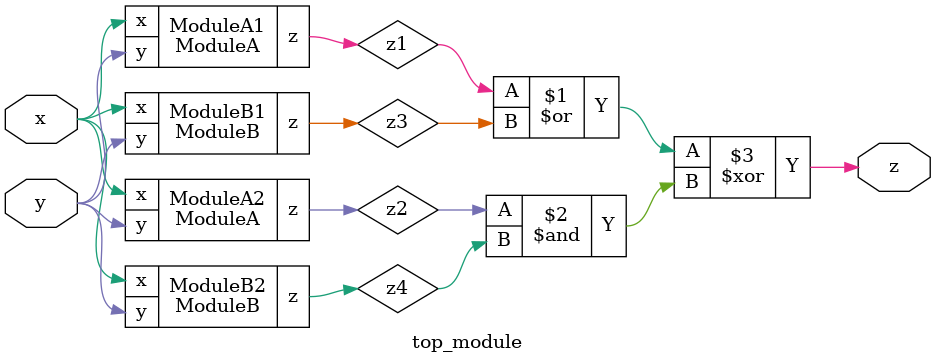
<source format=sv>
module ModuleA(
    input x,
    input y,
    output z
);

assign z = (x ^ y) & x;

endmodule
module ModuleB(
    input x,
    input y,
    output z
);

reg z;

always @(*) begin
    case ({x, y})
        2'b00: z = 1'b1;
        2'b01: z = 1'b0;
        2'b10: z = 1'b0;
        2'b11: z = 1'b1;
        default: z = 1'bx;
    endcase
end

endmodule
module top_module(
    input x,
    input y,
    output z
);

wire z1, z2, z3, z4;

ModuleA ModuleA1(
    .x(x),
    .y(y),
    .z(z1)
);

ModuleA ModuleA2(
    .x(x),
    .y(y),
    .z(z2)
);

ModuleB ModuleB1(
    .x(x),
    .y(y),
    .z(z3)
);

ModuleB ModuleB2(
    .x(x),
    .y(y),
    .z(z4)
);

assign z = (z1 | z3) ^ (z2 & z4);

endmodule

</source>
